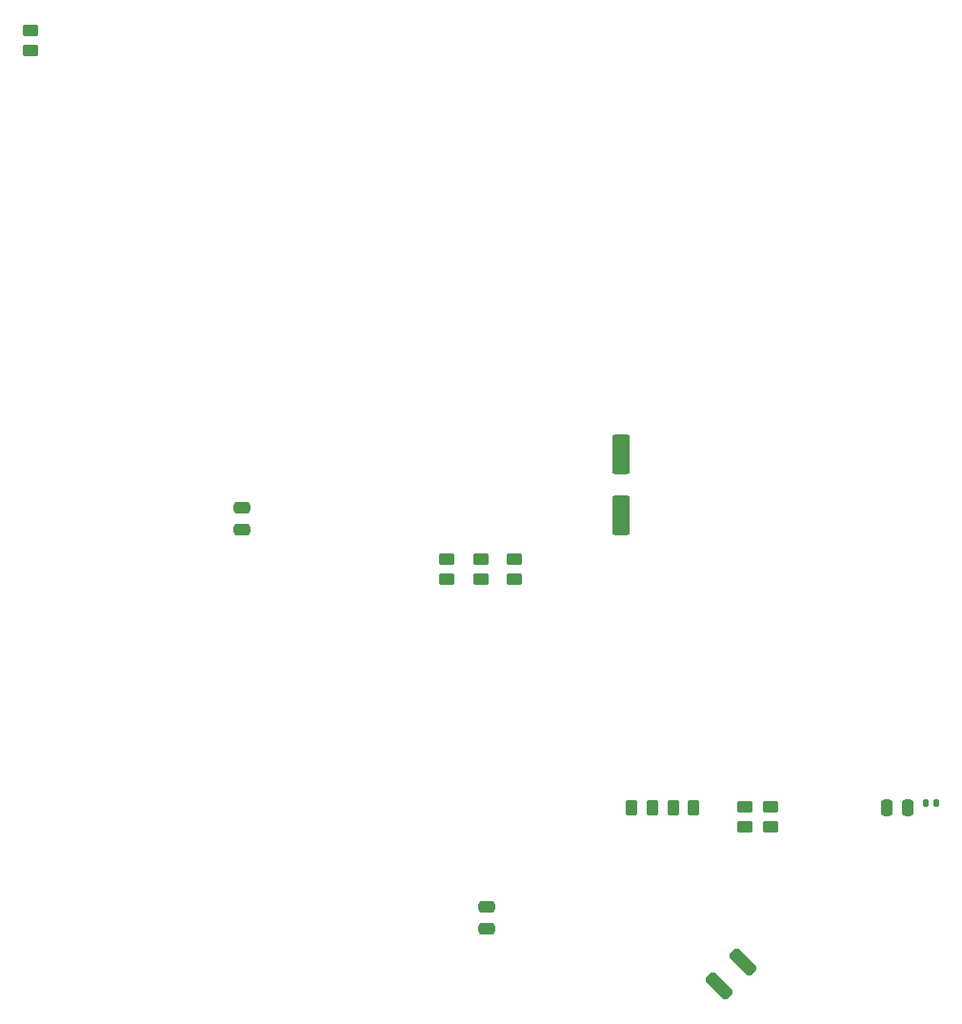
<source format=gbr>
%TF.GenerationSoftware,KiCad,Pcbnew,7.0.8*%
%TF.CreationDate,2023-10-26T13:24:24+11:00*%
%TF.ProjectId,Main 4.2,4d61696e-2034-42e3-922e-6b696361645f,rev?*%
%TF.SameCoordinates,Original*%
%TF.FileFunction,Paste,Top*%
%TF.FilePolarity,Positive*%
%FSLAX46Y46*%
G04 Gerber Fmt 4.6, Leading zero omitted, Abs format (unit mm)*
G04 Created by KiCad (PCBNEW 7.0.8) date 2023-10-26 13:24:24*
%MOMM*%
%LPD*%
G01*
G04 APERTURE LIST*
G04 Aperture macros list*
%AMRoundRect*
0 Rectangle with rounded corners*
0 $1 Rounding radius*
0 $2 $3 $4 $5 $6 $7 $8 $9 X,Y pos of 4 corners*
0 Add a 4 corners polygon primitive as box body*
4,1,4,$2,$3,$4,$5,$6,$7,$8,$9,$2,$3,0*
0 Add four circle primitives for the rounded corners*
1,1,$1+$1,$2,$3*
1,1,$1+$1,$4,$5*
1,1,$1+$1,$6,$7*
1,1,$1+$1,$8,$9*
0 Add four rect primitives between the rounded corners*
20,1,$1+$1,$2,$3,$4,$5,0*
20,1,$1+$1,$4,$5,$6,$7,0*
20,1,$1+$1,$6,$7,$8,$9,0*
20,1,$1+$1,$8,$9,$2,$3,0*%
G04 Aperture macros list end*
%ADD10RoundRect,0.250000X0.450000X-0.262500X0.450000X0.262500X-0.450000X0.262500X-0.450000X-0.262500X0*%
%ADD11RoundRect,0.250000X-0.450000X0.262500X-0.450000X-0.262500X0.450000X-0.262500X0.450000X0.262500X0*%
%ADD12RoundRect,0.250000X0.262500X0.450000X-0.262500X0.450000X-0.262500X-0.450000X0.262500X-0.450000X0*%
%ADD13RoundRect,0.250000X-0.262500X-0.450000X0.262500X-0.450000X0.262500X0.450000X-0.262500X0.450000X0*%
%ADD14RoundRect,0.250000X0.550000X-1.500000X0.550000X1.500000X-0.550000X1.500000X-0.550000X-1.500000X0*%
%ADD15RoundRect,0.140000X-0.140000X-0.170000X0.140000X-0.170000X0.140000X0.170000X-0.140000X0.170000X0*%
%ADD16RoundRect,0.250000X-0.250000X-0.475000X0.250000X-0.475000X0.250000X0.475000X-0.250000X0.475000X0*%
%ADD17RoundRect,0.250000X0.475000X-0.250000X0.475000X0.250000X-0.475000X0.250000X-0.475000X-0.250000X0*%
%ADD18RoundRect,0.250000X0.539169X-0.981111X0.981111X-0.539169X-0.539169X0.981111X-0.981111X0.539169X0*%
G04 APERTURE END LIST*
D10*
%TO.C,R31*%
X116500000Y-104912500D03*
X116500000Y-103087500D03*
%TD*%
D11*
%TO.C,R27*%
X182250000Y-172087500D03*
X182250000Y-173912500D03*
%TD*%
D10*
%TO.C,R34*%
X159500000Y-151912500D03*
X159500000Y-150087500D03*
%TD*%
D12*
%TO.C,R29*%
X171750000Y-172250000D03*
X169925000Y-172250000D03*
%TD*%
D11*
%TO.C,R28*%
X180000000Y-172087500D03*
X180000000Y-173912500D03*
%TD*%
D13*
%TO.C,R30*%
X173587500Y-172250000D03*
X175412500Y-172250000D03*
%TD*%
D14*
%TO.C,C21*%
X169000000Y-146200000D03*
X169000000Y-140800000D03*
%TD*%
D10*
%TO.C,R35*%
X156500000Y-151912500D03*
X156500000Y-150087500D03*
%TD*%
D15*
%TO.C,C24*%
X196020000Y-171750000D03*
X196980000Y-171750000D03*
%TD*%
D10*
%TO.C,R32*%
X153500000Y-151912500D03*
X153500000Y-150087500D03*
%TD*%
D16*
%TO.C,C23*%
X192550000Y-172250000D03*
X194450000Y-172250000D03*
%TD*%
D17*
%TO.C,C29*%
X157000000Y-182950000D03*
X157000000Y-181050000D03*
%TD*%
%TO.C,C22*%
X135250000Y-147450000D03*
X135250000Y-145550000D03*
%TD*%
D18*
%TO.C,R1*%
X177715856Y-188034144D03*
X179784144Y-185965856D03*
%TD*%
M02*

</source>
